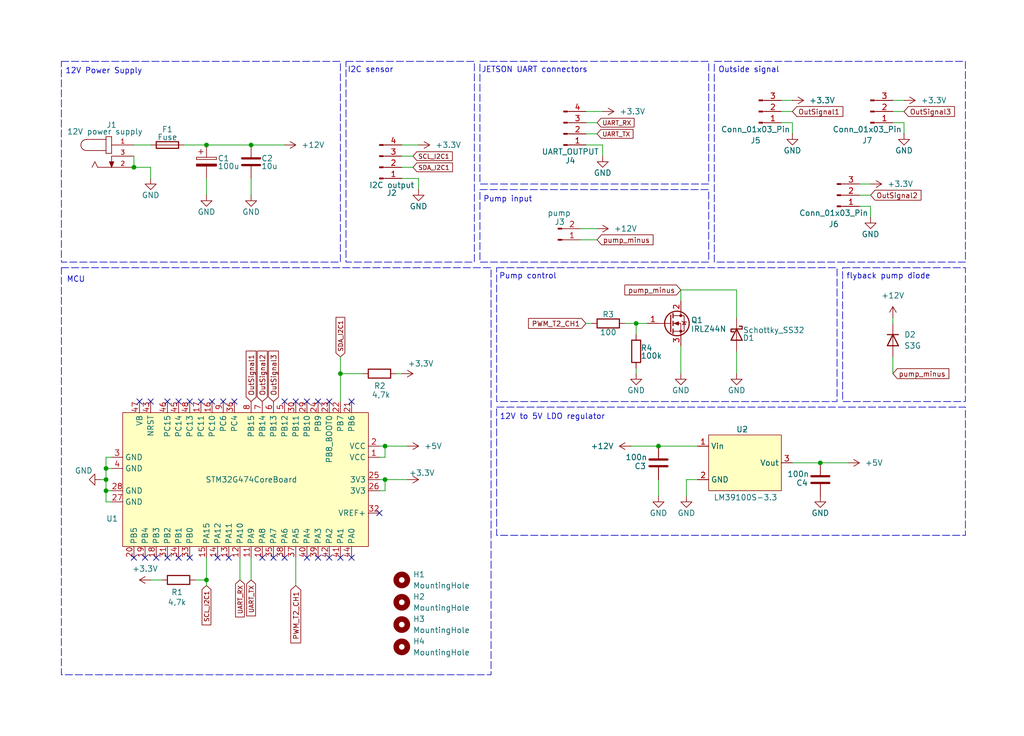
<source format=kicad_sch>
(kicad_sch (version 20250114) (generator "eeschema") (generator_version "9.0")
  (paper "User" 233.045 167.64)
  (lib_symbols
    (symbol "Connector:Conn_01x02_Pin" (pin_names (offset 1.016) (hide yes))
      (property "Reference" "J" (at 0 2.54 0))
      (property "Value" "Conn_01x02_Pin" (at 0 -5.08 0))
      (symbol "Conn_01x02_Pin_1_1"
        (rectangle (start 0.8636 0.127) (end 0 -0.127) (stroke (width 0.1524)) (fill (type outline)))
        (rectangle (start 0.8636 -2.413) (end 0 -2.667) (stroke (width 0.1524)) (fill (type outline)))
        (polyline (pts (xy 1.27 0) (xy 0.8636 0)) (stroke (width 0.1524)))
        (polyline (pts (xy 1.27 -2.54) (xy 0.8636 -2.54)) (stroke (width 0.1524)))
        (pin passive line (at 5.08 0 180) (length 3.81) (name "Pin_1") (number "1"))
        (pin passive line (at 5.08 -2.54 180) (length 3.81) (name "Pin_2") (number "2"))
      )
    )
    (symbol "Connector:Conn_01x03_Pin" (pin_names (offset 1.016) (hide yes))
      (property "Reference" "J" (at 0 5.08 0))
      (property "Value" "Conn_01x03_Pin" (at 0 -5.08 0))
      (symbol "Conn_01x03_Pin_1_1"
        (rectangle (start 0.8636 2.667) (end 0 2.413) (stroke (width 0.1524)) (fill (type outline)))
        (rectangle (start 0.8636 0.127) (end 0 -0.127) (stroke (width 0.1524)) (fill (type outline)))
        (rectangle (start 0.8636 -2.413) (end 0 -2.667) (stroke (width 0.1524)) (fill (type outline)))
        (polyline (pts (xy 1.27 2.54) (xy 0.8636 2.54)) (stroke (width 0.1524)))
        (polyline (pts (xy 1.27 0) (xy 0.8636 0)) (stroke (width 0.1524)))
        (polyline (pts (xy 1.27 -2.54) (xy 0.8636 -2.54)) (stroke (width 0.1524)))
        (pin passive line (at 5.08 2.54 180) (length 3.81) (name "Pin_1") (number "1"))
        (pin passive line (at 5.08 0 180) (length 3.81) (name "Pin_2") (number "2"))
        (pin passive line (at 5.08 -2.54 180) (length 3.81) (name "Pin_3") (number "3"))
      )
    )
    (symbol "Connector:Conn_01x04_Pin" (pin_names (offset 1.016) (hide yes))
      (property "Reference" "J" (at 0 5.08 0))
      (property "Value" "Conn_01x04_Pin" (at 0 -7.62 0))
      (symbol "Conn_01x04_Pin_1_1"
        (rectangle (start 0.8636 2.667) (end 0 2.413) (stroke (width 0.1524)) (fill (type outline)))
        (rectangle (start 0.8636 0.127) (end 0 -0.127) (stroke (width 0.1524)) (fill (type outline)))
        (rectangle (start 0.8636 -2.413) (end 0 -2.667) (stroke (width 0.1524)) (fill (type outline)))
        (rectangle (start 0.8636 -4.953) (end 0 -5.207) (stroke (width 0.1524)) (fill (type outline)))
        (polyline (pts (xy 1.27 2.54) (xy 0.8636 2.54)) (stroke (width 0.1524)))
        (polyline (pts (xy 1.27 0) (xy 0.8636 0)) (stroke (width 0.1524)))
        (polyline (pts (xy 1.27 -2.54) (xy 0.8636 -2.54)) (stroke (width 0.1524)))
        (polyline (pts (xy 1.27 -5.08) (xy 0.8636 -5.08)) (stroke (width 0.1524)))
        (pin passive line (at 5.08 2.54 180) (length 3.81) (name "Pin_1") (number "1"))
        (pin passive line (at 5.08 0 180) (length 3.81) (name "Pin_2") (number "2"))
        (pin passive line (at 5.08 -2.54 180) (length 3.81) (name "Pin_3") (number "3"))
        (pin passive line (at 5.08 -5.08 180) (length 3.81) (name "Pin_4") (number "4"))
      )
    )
    (symbol "DCJ200-10-A-XX-K_REVA:DCJ200-10-A-XX-K_REVA" (pin_names (offset 1.016))
      (property "Reference" "J" (at -7.6272 5.0848 0))
      (property "Value" "DCJ200-10-A-XX-K_REVA" (at -7.6313 -5.0875 0))
      (symbol "DCJ200-10-A-XX-K_REVA_0_0"
        (polyline (pts (xy -5.715 3.81) (xy -1.27 3.81)) (stroke (width 0.1524)))
        (arc (start -5.715 1.27) (mid -6.9794 2.54) (end -5.715 3.81) (stroke (width 0.1524)))
        (polyline (pts (xy -3.81 -1.27) (xy -4.445 -2.54)) (stroke (width 0.1524)))
        (polyline (pts (xy -3.175 -2.54) (xy -3.81 -1.27)) (stroke (width 0.1524)))
        (polyline (pts (xy -1.27 4.445) (xy -1.27 3.81)) (stroke (width 0.1524)))
        (polyline (pts (xy -1.27 3.81) (xy -1.27 1.27)) (stroke (width 0.1524)))
        (polyline (pts (xy -1.27 1.27) (xy -5.715 1.27)) (stroke (width 0.1524)))
        (polyline (pts (xy -1.27 1.27) (xy -1.27 0.635)) (stroke (width 0.1524)))
        (polyline (pts (xy -1.27 0.635) (xy 0 0.635)) (stroke (width 0.1524)))
        (polyline (pts (xy 0 4.445) (xy -1.27 4.445)) (stroke (width 0.1524)))
        (polyline (pts (xy 0 0.635) (xy 0 4.445)) (stroke (width 0.1524)))
        (polyline (pts (xy 0 0) (xy 0 -2.54)) (stroke (width 0.1524)))
        (polyline (pts (xy 0 -2.54) (xy -3.175 -2.54)) (stroke (width 0.1524)))
        (polyline (pts (xy 0 -2.54) (xy -0.508 -1.27) (xy 0.508 -1.27) (xy 0 -2.54)) (stroke (width 0.1524)) (fill (type outline)))
        (pin passive line (at 5.08 2.54 180) (length 5.08) (name "~") (number "1"))
        (pin passive line (at 5.08 0 180) (length 5.08) (name "~") (number "3"))
        (pin passive line (at 5.08 -2.54 180) (length 5.08) (name "~") (number "2"))
      )
    )
    (symbol "Device:C" (pin_numbers (hide yes)) (pin_names (offset 0.254))
      (property "Reference" "C" (at 0.635 2.54 0))
      (property "Value" "C" (at 0.635 -2.54 0))
      (symbol "C_0_1"
        (polyline (pts (xy -2.032 0.762) (xy 2.032 0.762)) (stroke (width 0.508)))
        (polyline (pts (xy -2.032 -0.762) (xy 2.032 -0.762)) (stroke (width 0.508)))
      )
      (symbol "C_1_1"
        (pin passive line (at 0 3.81 270) (length 2.794) (name "~") (number "1"))
        (pin passive line (at 0 -3.81 90) (length 2.794) (name "~") (number "2"))
      )
    )
    (symbol "Device:C_Polarized" (pin_numbers (hide yes)) (pin_names (offset 0.254))
      (property "Reference" "C" (at 0.635 2.54 0))
      (property "Value" "C_Polarized" (at 0.635 -2.54 0))
      (symbol "C_Polarized_0_1"
        (rectangle (start -2.286 0.508) (end 2.286 1.016))
        (polyline (pts (xy -1.778 2.286) (xy -0.762 2.286)))
        (polyline (pts (xy -1.27 2.794) (xy -1.27 1.778)))
        (rectangle (start 2.286 -0.508) (end -2.286 -1.016) (fill (type outline)))
      )
      (symbol "C_Polarized_1_1"
        (pin passive line (at 0 3.81 270) (length 2.794) (name "~") (number "1"))
        (pin passive line (at 0 -3.81 90) (length 2.794) (name "~") (number "2"))
      )
    )
    (symbol "Device:D_Schottky" (pin_numbers (hide yes)) (pin_names (offset 1.016) (hide yes))
      (property "Reference" "D" (at 0 2.54 0))
      (property "Value" "D_Schottky" (at 0 -2.54 0))
      (symbol "D_Schottky_0_1"
        (polyline (pts (xy -1.905 0.635) (xy -1.905 1.27) (xy -1.27 1.27) (xy -1.27 -1.27) (xy -0.635 -1.27) (xy -0.635 -0.635)) (stroke (width 0.254)))
        (polyline (pts (xy 1.27 1.27) (xy 1.27 -1.27) (xy -1.27 0) (xy 1.27 1.27)) (stroke (width 0.254)))
        (polyline (pts (xy 1.27 0) (xy -1.27 0)))
      )
      (symbol "D_Schottky_1_1"
        (pin passive line (at -3.81 0 0) (length 2.54) (name "K") (number "1"))
        (pin passive line (at 3.81 0 180) (length 2.54) (name "A") (number "2"))
      )
    )
    (symbol "Device:Fuse" (pin_numbers (hide yes)) (pin_names (offset 0))
      (property "Reference" "F" (at 2.032 0 90))
      (property "Value" "Fuse" (at -1.905 0 90))
      (symbol "Fuse_0_1"
        (rectangle (start -0.762 -2.54) (end 0.762 2.54) (stroke (width 0.254)))
        (polyline (pts (xy 0 2.54) (xy 0 -2.54)))
      )
      (symbol "Fuse_1_1"
        (pin passive line (at 0 3.81 270) (length 1.27) (name "~") (number "1"))
        (pin passive line (at 0 -3.81 90) (length 1.27) (name "~") (number "2"))
      )
    )
    (symbol "Device:R" (pin_numbers (hide yes)) (pin_names (offset 0))
      (property "Reference" "R" (at 2.032 0 90))
      (property "Value" "R" (at 0 0 90))
      (symbol "R_0_1"
        (rectangle (start -1.016 -2.54) (end 1.016 2.54) (stroke (width 0.254)))
      )
      (symbol "R_1_1"
        (pin passive line (at 0 3.81 270) (length 1.27) (name "~") (number "1"))
        (pin passive line (at 0 -3.81 90) (length 1.27) (name "~") (number "2"))
      )
    )
    (symbol "Diode:1N5404" (pin_numbers (hide yes)) (pin_names (hide yes))
      (property "Reference" "D" (at 0 2.54 0))
      (property "Value" "1N5404" (at 0 -2.54 0))
      (symbol "1N5404_0_1"
        (polyline (pts (xy -1.27 1.27) (xy -1.27 -1.27)) (stroke (width 0.254)))
        (polyline (pts (xy 1.27 1.27) (xy 1.27 -1.27) (xy -1.27 0) (xy 1.27 1.27)) (stroke (width 0.254)))
        (polyline (pts (xy 1.27 0) (xy -1.27 0)))
      )
      (symbol "1N5404_1_1"
        (pin passive line (at -3.81 0 0) (length 2.54) (name "K") (number "1"))
        (pin passive line (at 3.81 0 180) (length 2.54) (name "A") (number "2"))
      )
    )
    (symbol "Mechanical:MountingHole" (pin_names (offset 1.016)) (in_bom no)
      (property "Reference" "H" (at 0 5.08 0))
      (property "Value" "MountingHole" (at 0 3.175 0))
      (symbol "MountingHole_0_1"
        (circle (center 0 0) (radius 1.27) (stroke (width 1.27)))
      )
    )
    (symbol "STM32G474CoreBoard:STM32G474CoreBoard"
      (property "Reference" "U" (at -14.732 27.94 0))
      (property "Value" "STM32G474CoreBoard" (at 19.812 28.194 0))
      (symbol "STM32G474CoreBoard_1_1"
        (rectangle (start -15.24 26.67) (end 15.24 -29.21) (fill (type background)))
        (pin bidirectional line (at -17.78 22.86 0) (length 2.54) (name "PB6") (number "21"))
        (pin bidirectional line (at -17.78 20.32 0) (length 2.54) (name "PB7") (number "22"))
        (pin bidirectional line (at -17.78 17.78 0) (length 2.54) (name "PB8_BOOT0") (number "23"))
        (pin bidirectional line (at -17.78 15.24 0) (length 2.54) (name "PB9") (number "24"))
        (pin bidirectional line (at -17.78 12.7 0) (length 2.54) (name "PB10") (number "29"))
        (pin bidirectional line (at -17.78 10.16 0) (length 2.54) (name "PB11") (number "30"))
        (pin bidirectional line (at -17.78 7.62 0) (length 2.54) (name "PB12") (number "5"))
        (pin bidirectional line (at -17.78 5.08 0) (length 2.54) (name "PB13") (number "6"))
        (pin bidirectional line (at -17.78 2.54 0) (length 2.54) (name "PB14") (number "7"))
        (pin bidirectional line (at -17.78 0 0) (length 2.54) (name "PB15") (number "8"))
        (pin bidirectional line (at -17.78 -3.81 0) (length 2.54) (name "PC4") (number "36"))
        (pin bidirectional line (at -17.78 -6.35 0) (length 2.54) (name "PC6") (number "9"))
        (pin bidirectional line (at -17.78 -8.89 0) (length 2.54) (name "PC10") (number "16"))
        (pin bidirectional line (at -17.78 -11.43 0) (length 2.54) (name "PC11") (number "17"))
        (pin bidirectional line (at -17.78 -13.97 0) (length 2.54) (name "PC13") (number "48"))
        (pin bidirectional line (at -17.78 -16.51 0) (length 2.54) (name "PC14") (number "45"))
        (pin bidirectional line (at -17.78 -19.05 0) (length 2.54) (name "PC15") (number "46"))
        (pin bidirectional line (at -17.78 -22.86 0) (length 2.54) (name "NRST") (number "43"))
        (pin bidirectional line (at -17.78 -25.4 0) (length 2.54) (name "VB") (number "47"))
        (pin power_in line (at -7.62 29.21 270) (length 2.54) (name "VCC") (number "2"))
        (pin power_in line (at -5.08 29.21 270) (length 2.54) (name "VCC") (number "1"))
        (pin passive line (at -5.08 -31.75 90) (length 2.54) (name "GND") (number "3"))
        (pin passive line (at -2.54 -31.75 90) (length 2.54) (name "GND") (number "4"))
        (pin power_in line (at 0 29.21 270) (length 2.54) (name "3V3") (number "25"))
        (pin power_in line (at 2.54 29.21 270) (length 2.54) (name "3V3") (number "26"))
        (pin passive line (at 2.54 -31.75 90) (length 2.54) (name "GND") (number "28"))
        (pin passive line (at 5.08 -31.75 90) (length 2.54) (name "GND") (number "27"))
        (pin bidirectional line (at 7.62 29.21 270) (length 2.54) (name "VREF+") (number "32"))
        (pin bidirectional line (at 17.78 22.86 180) (length 2.54) (name "PA0") (number "44"))
        (pin bidirectional line (at 17.78 20.32 180) (length 2.54) (name "PA1") (number "41"))
        (pin bidirectional line (at 17.78 17.78 180) (length 2.54) (name "PA2") (number "42"))
        (pin bidirectional line (at 17.78 15.24 180) (length 2.54) (name "PA3") (number "39"))
        (pin bidirectional line (at 17.78 12.7 180) (length 2.54) (name "PA4") (number "40"))
        (pin bidirectional line (at 17.78 10.16 180) (length 2.54) (name "PA5") (number "37"))
        (pin bidirectional line (at 17.78 7.62 180) (length 2.54) (name "PA6") (number "38"))
        (pin bidirectional line (at 17.78 5.08 180) (length 2.54) (name "PA7") (number "35"))
        (pin bidirectional line (at 17.78 2.54 180) (length 2.54) (name "PA8") (number "10"))
        (pin bidirectional line (at 17.78 0 180) (length 2.54) (name "PA9") (number "11"))
        (pin bidirectional line (at 17.78 -2.54 180) (length 2.54) (name "PA10") (number "12"))
        (pin bidirectional line (at 17.78 -5.08 180) (length 2.54) (name "PA11") (number "13"))
        (pin bidirectional line (at 17.78 -7.62 180) (length 2.54) (name "PA12") (number "14"))
        (pin bidirectional line (at 17.78 -10.16 180) (length 2.54) (name "PA15") (number "15"))
        (pin bidirectional line (at 17.78 -13.97 180) (length 2.54) (name "PB0") (number "33"))
        (pin bidirectional line (at 17.78 -16.51 180) (length 2.54) (name "PB1") (number "34"))
        (pin bidirectional line (at 17.78 -19.05 180) (length 2.54) (name "PB2") (number "31"))
        (pin bidirectional line (at 17.78 -21.59 180) (length 2.54) (name "PB3") (number "18"))
        (pin bidirectional line (at 17.78 -24.13 180) (length 2.54) (name "PB4") (number "19"))
        (pin bidirectional line (at 17.78 -26.67 180) (length 2.54) (name "PB5") (number "20"))
      )
    )
    (symbol "Transistor_FET:IRLZ44N" (pin_names (hide yes))
      (property "Reference" "Q" (at 5.08 1.905 0))
      (property "Value" "IRLZ44N" (at 5.08 0 0))
      (symbol "IRLZ44N_0_1"
        (polyline (pts (xy 0.254 1.905) (xy 0.254 -1.905)) (stroke (width 0.254)))
        (polyline (pts (xy 0.254 0) (xy -2.54 0)))
        (polyline (pts (xy 0.762 2.286) (xy 0.762 1.27)) (stroke (width 0.254)))
        (polyline (pts (xy 0.762 0.508) (xy 0.762 -0.508)) (stroke (width 0.254)))
        (polyline (pts (xy 0.762 -1.27) (xy 0.762 -2.286)) (stroke (width 0.254)))
        (polyline (pts (xy 0.762 -1.778) (xy 3.302 -1.778) (xy 3.302 1.778) (xy 0.762 1.778)))
        (polyline (pts (xy 1.016 0) (xy 2.032 0.381) (xy 2.032 -0.381) (xy 1.016 0)) (fill (type outline)))
        (circle (center 1.651 0) (radius 2.794) (stroke (width 0.254)))
        (polyline (pts (xy 2.54 2.54) (xy 2.54 1.778)))
        (circle (center 2.54 1.778) (radius 0.254) (fill (type outline)))
        (circle (center 2.54 -1.778) (radius 0.254) (fill (type outline)))
        (polyline (pts (xy 2.54 -2.54) (xy 2.54 0) (xy 0.762 0)))
        (polyline (pts (xy 2.794 0.508) (xy 2.921 0.381) (xy 3.683 0.381) (xy 3.81 0.254)))
        (polyline (pts (xy 3.302 0.381) (xy 2.921 -0.254) (xy 3.683 -0.254) (xy 3.302 0.381)))
      )
      (symbol "IRLZ44N_1_1"
        (pin input line (at -5.08 0 0) (length 2.54) (name "G") (number "1"))
        (pin passive line (at 2.54 5.08 270) (length 2.54) (name "D") (number "2"))
        (pin passive line (at 2.54 -5.08 90) (length 2.54) (name "S") (number "3"))
      )
    )
    (symbol "custom_library:LM39100S-3.3"
      (property "Reference" "U" (at 0 0 0))
      (symbol "LM39100S-3.3_1_1"
        (rectangle (start -3.81 -1.27) (end 12.7 -13.97) (fill (type background)))
        (text "LM39100S-3.3" (at 4.572 -15.494 0) (effects (font (size 1.27 1.27))))
        (pin power_in line (at -6.35 -3.81 0) (length 2.54) (name "Vin") (number "1"))
        (pin input line (at -6.35 -11.43 0) (length 2.54) (name "GND") (number "2"))
        (pin power_out line (at 15.24 -7.62 180) (length 2.54) (name "Vout") (number "3"))
      )
    )
    (symbol "power:+12V" (power) (pin_numbers (hide yes)) (pin_names (offset 0) (hide yes))
      (property "Value" "+12V" (at 0 3.556 0))
      (symbol "+12V_0_1"
        (polyline (pts (xy -0.762 1.27) (xy 0 2.54)))
        (polyline (pts (xy 0 2.54) (xy 0.762 1.27)))
        (polyline (pts (xy 0 0) (xy 0 2.54)))
      )
      (symbol "+12V_1_1"
        (pin power_in line (at 0 0 90) (length 0) (name "~") (number "1"))
      )
    )
    (symbol "power:+3.3V" (power) (pin_numbers (hide yes)) (pin_names (offset 0) (hide yes))
      (property "Value" "+3.3V" (at 0 3.556 0))
      (symbol "+3.3V_0_1"
        (polyline (pts (xy -0.762 1.27) (xy 0 2.54)))
        (polyline (pts (xy 0 2.54) (xy 0.762 1.27)))
        (polyline (pts (xy 0 0) (xy 0 2.54)))
      )
      (symbol "+3.3V_1_1"
        (pin power_in line (at 0 0 90) (length 0) (name "~") (number "1"))
      )
    )
    (symbol "power:+5V" (power) (pin_numbers (hide yes)) (pin_names (offset 0) (hide yes))
      (property "Value" "+5V" (at 0 3.556 0))
      (symbol "+5V_0_1"
        (polyline (pts (xy -0.762 1.27) (xy 0 2.54)))
        (polyline (pts (xy 0 2.54) (xy 0.762 1.27)))
        (polyline (pts (xy 0 0) (xy 0 2.54)))
      )
      (symbol "+5V_1_1"
        (pin power_in line (at 0 0 90) (length 0) (name "~") (number "1"))
      )
    )
    (symbol "power:GND" (power) (pin_numbers (hide yes)) (pin_names (offset 0) (hide yes))
      (property "Value" "GND" (at 0 -3.81 0))
      (symbol "GND_0_1"
        (polyline (pts (xy 0 0) (xy 0 -1.27) (xy 1.27 -1.27) (xy 0 -2.54) (xy -1.27 -1.27) (xy 0 -1.27)))
      )
      (symbol "GND_1_1"
        (pin power_in line (at 0 0 270) (length 0) (name "~") (number "1"))
      )
    )
  )
  (rectangle (start 113.03 92.71) (end 219.71 121.92) (stroke (width 0) (type dash)))
  (rectangle (start 109.22 43.18) (end 161.29 59.69) (stroke (width 0) (type dash)))
  (rectangle (start 113.03 60.96) (end 190.5 91.44) (stroke (width 0) (type dash)))
  (rectangle (start 13.97 13.97) (end 77.47 59.69) (stroke (width 0) (type dash)))
  (rectangle (start 13.97 60.96) (end 111.76 153.67) (stroke (width 0) (type dash)))
  (rectangle (start 78.74 13.97) (end 107.95 59.69) (stroke (width 0) (type dash)))
  (rectangle (start 162.56 13.97) (end 219.71 59.69) (stroke (width 0) (type dash)))
  (rectangle (start 109.22 13.97) (end 161.29 41.91) (stroke (width 0) (type dash)))
  (rectangle (start 191.77 60.96) (end 219.71 91.44) (stroke (width 0) (type dash)))
  (text "12V to 5V LDO regulator" (at 125.73 94.996 0) (effects (font (size 1.27 1.27))))
  (text "JETSON UART connectors" (at 121.666 16.002 0) (effects (font (size 1.27 1.27))))
  (text "12V Power Supply" (at 23.622 16.256 0) (effects (font (size 1.27 1.27))))
  (text "Pump control" (at 120.142 62.992 0) (effects (font (size 1.27 1.27))))
  (text "MCU" (at 17.272 63.754 0) (effects (font (size 1.27 1.27))))
  (text "flyback pump diode" (at 202.184 62.992 0) (effects (font (size 1.27 1.27))))
  (text "Pump input" (at 115.57 45.466 0) (effects (font (size 1.27 1.27))))
  (text "I2C sensor" (at 84.328 16.002 0) (effects (font (size 1.27 1.27))))
  (text "Outside signal" (at 170.434 16.002 0) (effects (font (size 1.27 1.27))))
  (junction (at 149.86 101.6))
  (junction (at 57.15 33.02))
  (junction (at 87.63 101.6))
  (junction (at 77.47 85.09))
  (junction (at 46.99 33.02))
  (junction (at 24.13 106.68))
  (junction (at 24.13 109.22))
  (junction (at 87.63 109.22))
  (junction (at 24.13 111.76))
  (junction (at 186.69 105.41))
  (junction (at 144.78 73.66))
  (junction (at 30.48 38.1))
  (junction (at 46.99 132.08))
  (no_connect (at 52.07 127))
  (no_connect (at 53.34 91.44))
  (no_connect (at 31.75 91.44))
  (no_connect (at 40.64 127))
  (no_connect (at 43.18 127))
  (no_connect (at 43.18 91.44))
  (no_connect (at 34.29 91.44))
  (no_connect (at 64.77 127))
  (no_connect (at 49.53 127))
  (no_connect (at 48.26 91.44))
  (no_connect (at 30.48 127))
  (no_connect (at 67.31 91.44))
  (no_connect (at 77.47 127))
  (no_connect (at 80.01 91.44))
  (no_connect (at 86.36 116.84))
  (no_connect (at 35.56 127))
  (no_connect (at 45.72 91.44))
  (no_connect (at 74.93 127))
  (no_connect (at 38.1 127))
  (no_connect (at 40.64 91.44))
  (no_connect (at 50.8 91.44))
  (no_connect (at 33.02 127))
  (no_connect (at 69.85 91.44))
  (no_connect (at 62.23 127))
  (no_connect (at 80.01 127))
  (no_connect (at 72.39 127))
  (no_connect (at 64.77 91.44))
  (no_connect (at 74.93 91.44))
  (no_connect (at 69.85 127))
  (no_connect (at 72.39 91.44))
  (no_connect (at 59.69 127))
  (no_connect (at 38.1 91.44))
  (wire (pts (xy 46.99 127) (xy 46.99 132.08)))
  (wire (pts (xy 133.35 25.4) (xy 137.16 25.4)))
  (wire (pts (xy 93.98 35.56) (xy 91.44 35.56)))
  (wire (pts (xy 91.44 85.09) (xy 90.17 85.09)))
  (wire (pts (xy 205.74 25.4) (xy 203.2 25.4)))
  (wire (pts (xy 144.78 73.66) (xy 144.78 76.2)))
  (wire (pts (xy 203.2 85.09) (xy 203.2 81.28)))
  (wire (pts (xy 95.25 33.02) (xy 91.44 33.02)))
  (wire (pts (xy 54.61 127) (xy 54.61 132.08)))
  (wire (pts (xy 41.91 33.02) (xy 46.99 33.02)))
  (wire (pts (xy 95.25 40.64) (xy 95.25 43.18)))
  (wire (pts (xy 137.16 33.02) (xy 137.16 35.56)))
  (wire (pts (xy 44.45 132.08) (xy 46.99 132.08)))
  (wire (pts (xy 24.13 111.76) (xy 24.13 114.3)))
  (wire (pts (xy 186.69 105.41) (xy 193.04 105.41)))
  (wire (pts (xy 34.29 132.08) (xy 36.83 132.08)))
  (wire (pts (xy 25.4 106.68) (xy 24.13 106.68)))
  (wire (pts (xy 57.15 33.02) (xy 64.77 33.02)))
  (wire (pts (xy 167.64 66.04) (xy 167.64 72.39)))
  (wire (pts (xy 24.13 109.22) (xy 22.86 109.22)))
  (wire (pts (xy 91.44 38.1) (xy 93.98 38.1)))
  (wire (pts (xy 133.35 33.02) (xy 137.16 33.02)))
  (wire (pts (xy 133.35 30.48) (xy 135.89 30.48)))
  (wire (pts (xy 133.35 73.66) (xy 134.62 73.66)))
  (wire (pts (xy 34.29 38.1) (xy 34.29 40.64)))
  (wire (pts (xy 177.8 27.94) (xy 180.34 27.94)))
  (wire (pts (xy 30.48 38.1) (xy 34.29 38.1)))
  (wire (pts (xy 24.13 106.68) (xy 24.13 109.22)))
  (wire (pts (xy 147.32 73.66) (xy 144.78 73.66)))
  (wire (pts (xy 180.34 105.41) (xy 186.69 105.41)))
  (wire (pts (xy 24.13 104.14) (xy 24.13 106.68)))
  (wire (pts (xy 87.63 109.22) (xy 87.63 111.76)))
  (wire (pts (xy 132.08 52.07) (xy 135.89 52.07)))
  (wire (pts (xy 86.36 109.22) (xy 87.63 109.22)))
  (wire (pts (xy 205.74 27.94) (xy 205.74 30.48)))
  (wire (pts (xy 180.34 27.94) (xy 180.34 30.48)))
  (wire (pts (xy 46.99 132.08) (xy 46.99 133.35)))
  (wire (pts (xy 25.4 111.76) (xy 24.13 111.76)))
  (wire (pts (xy 25.4 104.14) (xy 24.13 104.14)))
  (wire (pts (xy 67.31 127) (xy 67.31 133.35)))
  (wire (pts (xy 156.21 113.03) (xy 156.21 109.22)))
  (wire (pts (xy 57.15 127) (xy 57.15 132.08)))
  (wire (pts (xy 195.58 46.99) (xy 198.12 46.99)))
  (wire (pts (xy 82.55 85.09) (xy 77.47 85.09)))
  (wire (pts (xy 205.74 22.86) (xy 203.2 22.86)))
  (wire (pts (xy 203.2 72.39) (xy 203.2 73.66)))
  (wire (pts (xy 144.78 83.82) (xy 144.78 85.09)))
  (wire (pts (xy 86.36 111.76) (xy 87.63 111.76)))
  (wire (pts (xy 180.34 25.4) (xy 177.8 25.4)))
  (wire (pts (xy 86.36 101.6) (xy 87.63 101.6)))
  (wire (pts (xy 203.2 27.94) (xy 205.74 27.94)))
  (wire (pts (xy 77.47 81.28) (xy 77.47 85.09)))
  (wire (pts (xy 24.13 114.3) (xy 25.4 114.3)))
  (wire (pts (xy 156.21 109.22) (xy 158.75 109.22)))
  (wire (pts (xy 30.48 33.02) (xy 34.29 33.02)))
  (wire (pts (xy 142.24 73.66) (xy 144.78 73.66)))
  (wire (pts (xy 143.51 101.6) (xy 149.86 101.6)))
  (wire (pts (xy 135.89 54.61) (xy 132.08 54.61)))
  (wire (pts (xy 180.34 22.86) (xy 177.8 22.86)))
  (wire (pts (xy 149.86 101.6) (xy 158.75 101.6)))
  (wire (pts (xy 87.63 109.22) (xy 92.71 109.22)))
  (wire (pts (xy 87.63 104.14) (xy 87.63 101.6)))
  (wire (pts (xy 154.94 66.04) (xy 154.94 68.58)))
  (wire (pts (xy 57.15 40.64) (xy 57.15 44.45)))
  (wire (pts (xy 91.44 40.64) (xy 95.25 40.64)))
  (wire (pts (xy 87.63 101.6) (xy 92.71 101.6)))
  (wire (pts (xy 198.12 44.45) (xy 195.58 44.45)))
  (wire (pts (xy 24.13 109.22) (xy 24.13 111.76)))
  (wire (pts (xy 86.36 104.14) (xy 87.63 104.14)))
  (wire (pts (xy 133.35 27.94) (xy 135.89 27.94)))
  (wire (pts (xy 30.48 35.56) (xy 30.48 38.1)))
  (wire (pts (xy 46.99 40.64) (xy 46.99 44.45)))
  (wire (pts (xy 154.94 78.74) (xy 154.94 85.09)))
  (wire (pts (xy 46.99 33.02) (xy 57.15 33.02)))
  (wire (pts (xy 198.12 41.91) (xy 195.58 41.91)))
  (wire (pts (xy 77.47 85.09) (xy 77.47 91.44)))
  (wire (pts (xy 167.64 80.01) (xy 167.64 85.09)))
  (wire (pts (xy 154.94 66.04) (xy 167.64 66.04)))
  (wire (pts (xy 149.86 109.22) (xy 149.86 113.03)))
  (wire (pts (xy 198.12 46.99) (xy 198.12 49.53)))
  (global_label "SCL_I2C1" (shape input) (at 93.98 35.56 0) (effects (font (size 1.016 1.016))) (property "Intersheetrefs" "${INTERSHEET_REFS}" (effects (hide yes))))
  (global_label "pump_minus" (shape input) (at 154.94 66.04 180) (effects (font (size 1.143 1.143))) (property "Intersheetrefs" "${INTERSHEET_REFS}" (effects (hide yes))))
  (global_label "UART_RX" (shape input) (at 135.89 27.94 0) (effects (font (size 1.016 1.016))) (property "Intersheetrefs" "${INTERSHEET_REFS}" (effects (hide yes))))
  (global_label "OutSignal3" (shape input) (at 205.74 25.4 0) (effects (font (size 1.143 1.143))) (property "Intersheetrefs" "${INTERSHEET_REFS}" (effects (hide yes))))
  (global_label "OutSignal2" (shape input) (at 59.69 91.44 90) (effects (font (size 1.143 1.143))) (property "Intersheetrefs" "${INTERSHEET_REFS}" (effects (hide yes))))
  (global_label "OutSignal2" (shape input) (at 198.12 44.45 0) (effects (font (size 1.143 1.143))) (property "Intersheetrefs" "${INTERSHEET_REFS}" (effects (hide yes))))
  (global_label "pump_minus" (shape input) (at 135.89 54.61 0) (effects (font (size 1.143 1.143))) (property "Intersheetrefs" "${INTERSHEET_REFS}" (effects (hide yes))))
  (global_label "pump_minus" (shape input) (at 203.2 85.09 0) (effects (font (size 1.143 1.143))) (property "Intersheetrefs" "${INTERSHEET_REFS}" (effects (hide yes))))
  (global_label "SDA_I2C1" (shape input) (at 77.47 81.28 90) (effects (font (size 1.016 1.016))) (property "Intersheetrefs" "${INTERSHEET_REFS}" (effects (hide yes))))
  (global_label "OutSignal1" (shape input) (at 180.34 25.4 0) (effects (font (size 1.143 1.143))) (property "Intersheetrefs" "${INTERSHEET_REFS}" (effects (hide yes))))
  (global_label "UART_TX" (shape input) (at 135.89 30.48 0) (effects (font (size 1.016 1.016))) (property "Intersheetrefs" "${INTERSHEET_REFS}" (effects (hide yes))))
  (global_label "UART_RX" (shape input) (at 54.61 132.08 270) (effects (font (size 1.016 1.016))) (property "Intersheetrefs" "${INTERSHEET_REFS}" (effects (hide yes))))
  (global_label "UART_TX" (shape input) (at 57.15 132.08 270) (effects (font (size 1.016 1.016))) (property "Intersheetrefs" "${INTERSHEET_REFS}" (effects (hide yes))))
  (global_label "OutSignal1" (shape input) (at 57.15 91.44 90) (effects (font (size 1.143 1.143))) (property "Intersheetrefs" "${INTERSHEET_REFS}" (effects (hide yes))))
  (global_label "SDA_I2C1" (shape input) (at 93.98 38.1 0) (effects (font (size 1.016 1.016))) (property "Intersheetrefs" "${INTERSHEET_REFS}" (effects (hide yes))))
  (global_label "SCL_I2C1" (shape input) (at 46.99 133.35 270) (effects (font (size 1.016 1.016))) (property "Intersheetrefs" "${INTERSHEET_REFS}" (effects (hide yes))))
  (global_label "PWM_T2_CH1" (shape input) (at 67.31 133.35 270) (effects (font (size 1.143 1.143))) (property "Intersheetrefs" "${INTERSHEET_REFS}" (effects (hide yes))))
  (global_label "OutSignal3" (shape input) (at 62.23 91.44 90) (effects (font (size 1.143 1.143))) (property "Intersheetrefs" "${INTERSHEET_REFS}" (effects (hide yes))))
  (global_label "PWM_T2_CH1" (shape input) (at 133.35 73.66 180) (effects (font (size 1.143 1.143))) (property "Intersheetrefs" "${INTERSHEET_REFS}" (effects (hide yes))))
  (symbol (lib_id "power:+3.3V") (at 95.25 33.02 270) (unit 1)
    (property "Reference" "#PWR08" (effects (hide yes)))
    (property "Value" "+3.3V" (at 99.06 33.0199 90) (effects (justify left)))
    (property "Description" "Power symbol creates a global label with name \"+3.3V\"" (effects (hide yes)))
  )
  (symbol (lib_id "power:+12V") (at 135.89 52.07 270) (unit 1)
    (property "Reference" "#PWR011" (effects (hide yes)))
    (property "Value" "+12V" (at 139.7 52.0701 90) (effects (justify left)))
    (property "Description" "Power symbol creates a global label with name \"+12V\"" (effects (hide yes)))
  )
  (symbol (lib_id "power:+3.3V") (at 198.12 41.91 270) (unit 1)
    (property "Reference" "#PWR024" (effects (hide yes)))
    (property "Value" "+3.3V" (at 201.93 41.9099 90) (effects (justify left)))
    (property "Description" "Power symbol creates a global label with name \"+3.3V\"" (effects (hide yes)))
  )
  (symbol (lib_id "power:GND") (at 22.86 109.22 270) (unit 1)
    (property "Reference" "#PWR01" (effects (hide yes)))
    (property "Value" "GND" (at 19.05 107.188 90))
    (property "Description" "Power symbol creates a global label with name \"GND\" , ground" (effects (hide yes)))
  )
  (symbol (lib_id "power:GND") (at 95.25 43.18 0) (unit 1)
    (property "Reference" "#PWR09" (effects (hide yes)))
    (property "Value" "GND" (at 95.25 46.99 0))
    (property "Description" "Power symbol creates a global label with name \"GND\" , ground" (effects (hide yes)))
  )
  (symbol (lib_id "Device:R") (at 144.78 80.01 0) (unit 1)
    (property "Reference" "R4" (at 145.796 79.248 0) (effects (justify left)))
    (property "Value" "100k" (at 145.796 81.026 0) (effects (justify left)))
    (property "Footprint" "Resistor_SMD:R_0603_1608Metric" (effects (hide yes)))
    (property "Description" "Resistor" (effects (hide yes)))
  )
  (symbol (lib_id "power:GND") (at 34.29 40.64 0) (unit 1)
    (property "Reference" "#PWR02" (effects (hide yes)))
    (property "Value" "GND" (at 34.29 44.45 0))
    (property "Description" "Power symbol creates a global label with name \"GND\" , ground" (effects (hide yes)))
  )
  (symbol (lib_id "power:+3.3V") (at 91.44 85.09 270) (unit 1)
    (property "Reference" "#PWR07" (effects (hide yes)))
    (property "Value" "+3.3V" (at 95.758 82.804 90))
    (property "Description" "Power symbol creates a global label with name \"+3.3V\"" (effects (hide yes)))
  )
  (symbol (lib_id "power:+3.3V") (at 34.29 132.08 90) (unit 1)
    (property "Reference" "#PWR03" (effects (hide yes)))
    (property "Value" "+3.3V" (at 33.02 129.54 90))
    (property "Description" "Power symbol creates a global label with name \"+3.3V\"" (effects (hide yes)))
  )
  (symbol (lib_id "power:GND") (at 154.94 85.09 0) (unit 1)
    (property "Reference" "#PWR017" (effects (hide yes)))
    (property "Value" "GND" (at 154.94 88.9 0))
    (property "Description" "Power symbol creates a global label with name \"GND\" , ground" (effects (hide yes)))
  )
  (symbol (lib_id "power:GND") (at 144.78 85.09 0) (unit 1)
    (property "Reference" "#PWR015" (effects (hide yes)))
    (property "Value" "GND" (at 144.78 88.9 0))
    (property "Description" "Power symbol creates a global label with name \"GND\" , ground" (effects (hide yes)))
  )
  (symbol (lib_id "power:GND") (at 205.74 30.48 0) (unit 1)
    (property "Reference" "#PWR028" (effects (hide yes)))
    (property "Value" "GND" (at 205.74 34.29 0))
    (property "Description" "Power symbol creates a global label with name \"GND\" , ground" (effects (hide yes)))
  )
  (symbol (lib_id "power:+5V") (at 92.71 101.6 270) (unit 1)
    (property "Reference" "#PWR029" (effects (hide yes)))
    (property "Value" "+5V" (at 96.52 101.5999 90) (effects (justify left)))
    (property "Description" "Power symbol creates a global label with name \"+5V\"" (effects (hide yes)))
  )
  (symbol (lib_id "Connector:Conn_01x03_Pin") (at 198.12 25.4 0) (mirror x) (unit 1)
    (property "Reference" "J7" (at 197.358 32.004 0))
    (property "Value" "Conn_01x03_Pin" (at 197.358 29.464 0))
    (property "Footprint" "Connector_JST:JST_GH_SM03B-GHS-TB_1x03-1MP_P1.25mm_Horizontal" (effects (hide yes)))
    (property "Description" "Generic connector, single row, 01x03, script generated" (effects (hide yes)))
  )
  (symbol (lib_id "Mechanical:MountingHole") (at 91.44 147.32 0) (unit 1) (in_bom no)
    (property "Reference" "H4" (at 93.98 146.0499 0) (effects (justify left)))
    (property "Value" "MountingHole" (at 93.98 148.5899 0) (effects (justify left)))
    (property "Footprint" "MountingHole:MountingHole_3.2mm_M3" (effects (hide yes)))
    (property "Description" "Mounting Hole without connection" (effects (hide yes)))
  )
  (symbol (lib_id "Device:D_Schottky") (at 167.64 76.2 270) (unit 1)
    (property "Reference" "D1" (at 171.704 76.962 90) (effects (justify right)))
    (property "Value" "Schottky_SS32" (at 183.134 75.184 90) (effects (justify right)))
    (property "Footprint" "Diode_SMD:D_SMC" (effects (hide yes)))
    (property "Description" "Schottky diode" (effects (hide yes)))
  )
  (symbol (lib_id "power:+3.3V") (at 137.16 25.4 270) (unit 1)
    (property "Reference" "#PWR012" (effects (hide yes)))
    (property "Value" "+3.3V" (at 140.97 25.3999 90) (effects (justify left)))
    (property "Description" "Power symbol creates a global label with name \"+3.3V\"" (effects (hide yes)))
  )
  (symbol (lib_id "custom_library:LM39100S-3.3") (at 165.1 97.79 0) (unit 1)
    (property "Reference" "U2" (at 168.91 97.79 0))
    (property "Value" "~" (at 169.545 97.79 0))
    (property "Footprint" "Package_TO_SOT_SMD:SOT-223" (effects (hide yes)))
  )
  (symbol (lib_id "Device:R") (at 86.36 85.09 270) (unit 1)
    (property "Reference" "R2" (at 85.09 87.884 90) (effects (justify left)))
    (property "Value" "4,7k" (at 84.582 89.916 90) (effects (justify left)))
    (property "Footprint" "Resistor_SMD:R_0603_1608Metric" (effects (hide yes)))
    (property "Description" "Resistor" (effects (hide yes)))
  )
  (symbol (lib_id "Device:C") (at 149.86 105.41 180) (unit 1)
    (property "Reference" "C3" (at 147.066 106.172 0) (effects (justify left)))
    (property "Value" "100n" (at 147.32 104.14 0) (effects (justify left)))
    (property "Footprint" "Capacitor_SMD:C_0603_1608Metric" (effects (hide yes)))
    (property "Description" "Unpolarized capacitor" (effects (hide yes)))
  )
  (symbol (lib_id "power:+5V") (at 193.04 105.41 270) (unit 1)
    (property "Reference" "#PWR023" (effects (hide yes)))
    (property "Value" "+5V" (at 196.85 105.4099 90) (effects (justify left)))
    (property "Description" "Power symbol creates a global label with name \"+5V\"" (effects (hide yes)))
  )
  (symbol (lib_id "Mechanical:MountingHole") (at 91.44 132.08 0) (unit 1) (in_bom no)
    (property "Reference" "H1" (at 93.98 130.8099 0) (effects (justify left)))
    (property "Value" "MountingHole" (at 93.98 133.3499 0) (effects (justify left)))
    (property "Footprint" "MountingHole:MountingHole_3.2mm_M3" (effects (hide yes)))
    (property "Description" "Mounting Hole without connection" (effects (hide yes)))
  )
  (symbol (lib_id "power:GND") (at 198.12 49.53 0) (unit 1)
    (property "Reference" "#PWR025" (effects (hide yes)))
    (property "Value" "GND" (at 198.12 53.34 0))
    (property "Description" "Power symbol creates a global label with name \"GND\" , ground" (effects (hide yes)))
  )
  (symbol (lib_id "power:GND") (at 156.21 113.03 0) (unit 1)
    (property "Reference" "#PWR018" (effects (hide yes)))
    (property "Value" "GND" (at 156.21 116.84 0))
    (property "Description" "Power symbol creates a global label with name \"GND\" , ground" (effects (hide yes)))
  )
  (symbol (lib_id "Transistor_FET:IRLZ44N") (at 152.4 73.66 0) (unit 1)
    (property "Reference" "Q1" (at 157.226 72.8981 0) (effects (justify left)))
    (property "Value" "IRLZ44N" (at 157.226 74.93 0) (effects (justify left)))
    (property "Footprint" "litho_peripheral_board_footprints:NMOSGDS_D2PAK_INF" (effects (hide yes)))
    (property "Datasheet" "http://www.irf.com/product-info/datasheets/data/irlz44n.pdf" (effects (hide yes)))
    (property "Description" "47A Id, 55V Vds, 22mOhm Rds Single N-Channel HEXFET Power MOSFET, TO-220AB" (effects (hide yes)))
  )
  (symbol (lib_id "Connector:Conn_01x04_Pin") (at 86.36 38.1 0) (mirror x) (unit 1)
    (property "Reference" "J2" (at 89.154 43.942 0))
    (property "Value" "I2C output" (at 89.154 42.164 0))
    (property "Footprint" "Connector_JST:JST_GH_SM04B-GHS-TB_1x04-1MP_P1.25mm_Horizontal" (effects (hide yes)))
    (property "Description" "Generic connector, single row, 01x04, script generated" (effects (hide yes)))
  )
  (symbol (lib_id "power:GND") (at 180.34 30.48 0) (unit 1)
    (property "Reference" "#PWR021" (effects (hide yes)))
    (property "Value" "GND" (at 180.34 34.29 0))
    (property "Description" "Power symbol creates a global label with name \"GND\" , ground" (effects (hide yes)))
  )
  (symbol (lib_id "Device:Fuse") (at 38.1 33.02 90) (unit 1)
    (property "Reference" "F1" (at 38.1 29.464 90))
    (property "Value" "Fuse" (at 38.1 31.242 90))
    (property "Footprint" "Fuse:Fuse_1206_3216Metric" (effects (hide yes)))
    (property "Description" "Fuse" (effects (hide yes)))
  )
  (symbol (lib_id "power:GND") (at 57.15 44.45 0) (unit 1)
    (property "Reference" "#PWR05" (effects (hide yes)))
    (property "Value" "GND" (at 57.15 48.26 0))
    (property "Description" "Power symbol creates a global label with name \"GND\" , ground" (effects (hide yes)))
  )
  (symbol (lib_id "Device:C") (at 57.15 36.83 0) (unit 1)
    (property "Reference" "C2" (at 59.436 36.068 0) (effects (justify left)))
    (property "Value" "10u" (at 59.436 37.846 0) (effects (justify left)))
    (property "Footprint" "Capacitor_SMD:C_0805_2012Metric" (effects (hide yes)))
    (property "Description" "Unpolarized capacitor" (effects (hide yes)))
  )
  (symbol (lib_id "Device:R") (at 138.43 73.66 90) (unit 1)
    (property "Reference" "R3" (at 138.43 71.628 90))
    (property "Value" "100" (at 138.43 75.692 90))
    (property "Footprint" "Resistor_SMD:R_0603_1608Metric" (effects (hide yes)))
    (property "Description" "Resistor" (effects (hide yes)))
  )
  (symbol (lib_id "DCJ200-10-A-XX-K_REVA:DCJ200-10-A-XX-K_REVA") (at 25.4 35.56 0) (unit 1)
    (property "Reference" "J1" (at 25.4 28.448 0))
    (property "Value" "12V power supply" (at 23.876 29.972 0))
    (property "Footprint" "litho_peripheral_board_footprints:GCT_DCJ200-10-A-XX-K_REVA" (effects (hide yes)))
    (property "MF" "Global Connector Technology" (effects (hide yes)))
    (property "MAXIMUM_PACKAGE_HEIGHT" "11 mm" (effects (hide yes)))
    (property "Package" "None" (effects (hide yes)))
    (property "Price" "None" (effects (hide yes)))
    (property "Check_prices" "https://www.snapeda.com/parts/DCJ200-10-A-K1-K/Global+Connector+Technology/view-part/?ref=eda" (effects (hide yes)))
    (property "STANDARD" "Manufacturer Recommendations" (effects (hide yes)))
    (property "PARTREV" "A" (effects (hide yes)))
    (property "SnapEDA_Link" "https://www.snapeda.com/parts/DCJ200-10-A-K1-K/Global+Connector+Technology/view-part/?ref=snap" (effects (hide yes)))
    (property "MP" "DCJ200-10-A-K1-K" (effects (hide yes)))
    (property "Description_1" "Power Barrel Connector Jack 2.05mm ID (0.081), 5.50mm OD (0.217) Through Hole, Right Angle" (effects (hide yes)))
    (property "MANUFACTURER" "Global Connector Technology" (effects (hide yes)))
    (property "Availability" "In Stock" (effects (hide yes)))
    (property "SNAPEDA_PN" "DCJ200-10-A-K1-K" (effects (hide yes)))
  )
  (symbol (lib_id "power:+12V") (at 64.77 33.02 270) (unit 1)
    (property "Reference" "#PWR06" (effects (hide yes)))
    (property "Value" "+12V" (at 68.58 33.0199 90) (effects (justify left)))
    (property "Description" "Power symbol creates a global label with name \"+12V\"" (effects (hide yes)))
  )
  (symbol (lib_id "power:GND") (at 46.99 44.45 0) (unit 1)
    (property "Reference" "#PWR04" (effects (hide yes)))
    (property "Value" "GND" (at 46.99 48.26 0))
    (property "Description" "Power symbol creates a global label with name \"GND\" , ground" (effects (hide yes)))
  )
  (symbol (lib_id "power:+3.3V") (at 180.34 22.86 270) (unit 1)
    (property "Reference" "#PWR020" (effects (hide yes)))
    (property "Value" "+3.3V" (at 184.15 22.8599 90) (effects (justify left)))
    (property "Description" "Power symbol creates a global label with name \"+3.3V\"" (effects (hide yes)))
  )
  (symbol (lib_id "Device:C_Polarized") (at 46.99 36.83 0) (unit 1)
    (property "Reference" "C1" (at 49.53 36.068 0) (effects (justify left)))
    (property "Value" "100u" (at 49.53 37.846 0) (effects (justify left)))
    (property "Footprint" "litho_peripheral_board_footprints:CAPPM7343X310N" (effects (hide yes)))
    (property "Description" "Polarized capacitor" (effects (hide yes)))
  )
  (symbol (lib_id "power:+12V") (at 203.2 72.39 0) (unit 1)
    (property "Reference" "#PWR026" (effects (hide yes)))
    (property "Value" "+12V" (at 203.2 67.31 0))
    (property "Description" "Power symbol creates a global label with name \"+12V\"" (effects (hide yes)))
  )
  (symbol (lib_id "Mechanical:MountingHole") (at 91.44 137.16 0) (unit 1) (in_bom no)
    (property "Reference" "H2" (at 93.98 135.8899 0) (effects (justify left)))
    (property "Value" "MountingHole" (at 93.98 138.4299 0) (effects (justify left)))
    (property "Footprint" "MountingHole:MountingHole_3.2mm_M3" (effects (hide yes)))
    (property "Description" "Mounting Hole without connection" (effects (hide yes)))
  )
  (symbol (lib_id "power:+12V") (at 143.51 101.6 90) (unit 1)
    (property "Reference" "#PWR014" (effects (hide yes)))
    (property "Value" "+12V" (at 139.7 101.5999 90) (effects (justify left)))
    (property "Description" "Power symbol creates a global label with name \"+12V\"" (effects (hide yes)))
  )
  (symbol (lib_id "Mechanical:MountingHole") (at 91.44 142.24 0) (unit 1) (in_bom no)
    (property "Reference" "H3" (at 93.98 140.9699 0) (effects (justify left)))
    (property "Value" "MountingHole" (at 93.98 143.5099 0) (effects (justify left)))
    (property "Footprint" "MountingHole:MountingHole_3.2mm_M3" (effects (hide yes)))
    (property "Description" "Mounting Hole without connection" (effects (hide yes)))
  )
  (symbol (lib_id "power:+3.3V") (at 205.74 22.86 270) (unit 1)
    (property "Reference" "#PWR027" (effects (hide yes)))
    (property "Value" "+3.3V" (at 209.55 22.8599 90) (effects (justify left)))
    (property "Description" "Power symbol creates a global label with name \"+3.3V\"" (effects (hide yes)))
  )
  (symbol (lib_id "power:GND") (at 186.69 113.03 0) (unit 1)
    (property "Reference" "#PWR022" (effects (hide yes)))
    (property "Value" "GND" (at 186.69 116.84 0))
    (property "Description" "Power symbol creates a global label with name \"GND\" , ground" (effects (hide yes)))
  )
  (symbol (lib_id "Connector:Conn_01x03_Pin") (at 190.5 44.45 0) (mirror x) (unit 1)
    (property "Reference" "J6" (at 189.738 51.054 0))
    (property "Value" "Conn_01x03_Pin" (at 189.738 48.514 0))
    (property "Footprint" "Connector_JST:JST_GH_SM03B-GHS-TB_1x03-1MP_P1.25mm_Horizontal" (effects (hide yes)))
    (property "Description" "Generic connector, single row, 01x03, script generated" (effects (hide yes)))
  )
  (symbol (lib_id "power:+3.3V") (at 92.71 109.22 270) (unit 1)
    (property "Reference" "#PWR010" (effects (hide yes)))
    (property "Value" "+3.3V" (at 96.012 107.696 90))
    (property "Description" "Power symbol creates a global label with name \"+3.3V\"" (effects (hide yes)))
  )
  (symbol (lib_id "Diode:1N5404") (at 203.2 77.47 270) (unit 1)
    (property "Reference" "D2" (at 205.74 76.1999 90) (effects (justify left)))
    (property "Value" "S3G" (at 205.74 78.7399 90) (effects (justify left)))
    (property "Footprint" "litho_peripheral_board_footprints:DIOM7959X262N" (effects (hide yes)))
    (property "Datasheet" "http://www.vishay.com/docs/88516/1n5400.pdf" (effects (hide yes)))
    (property "Description" "400V 3A General Purpose Rectifier Diode, DO-201AD" (effects (hide yes)))
    (property "Sim.Device" "D" (effects (hide yes)))
    (property "Sim.Pins" "1=K 2=A" (effects (hide yes)))
  )
  (symbol (lib_id "power:GND") (at 137.16 35.56 0) (unit 1)
    (property "Reference" "#PWR013" (effects (hide yes)))
    (property "Value" "GND" (at 137.16 39.37 0))
    (property "Description" "Power symbol creates a global label with name \"GND\" , ground" (effects (hide yes)))
  )
  (symbol (lib_id "Connector:Conn_01x02_Pin") (at 127 54.61 0) (mirror x) (unit 1)
    (property "Reference" "J3" (at 127.381 50.546 0))
    (property "Value" "pump" (at 127.254 48.514 0))
    (property "Footprint" "Connector_JST:JST_GH_SM02B-GHS-TB_1x02-1MP_P1.25mm_Horizontal" (effects (hide yes)))
    (property "Description" "Generic connector, single row, 01x02, script generated" (effects (hide yes)))
  )
  (symbol (lib_id "Device:R") (at 40.64 132.08 90) (unit 1)
    (property "Reference" "R1" (at 41.656 134.874 90) (effects (justify left)))
    (property "Value" "4,7k" (at 42.418 137.16 90) (effects (justify left)))
    (property "Footprint" "Resistor_SMD:R_0603_1608Metric" (effects (hide yes)))
    (property "Description" "Resistor" (effects (hide yes)))
  )
  (symbol (lib_id "Connector:Conn_01x03_Pin") (at 172.72 25.4 0) (mirror x) (unit 1)
    (property "Reference" "J5" (at 171.958 32.004 0))
    (property "Value" "Conn_01x03_Pin" (at 171.958 29.464 0))
    (property "Footprint" "Connector_JST:JST_GH_SM03B-GHS-TB_1x03-1MP_P1.25mm_Horizontal" (effects (hide yes)))
    (property "Description" "Generic connector, single row, 01x03, script generated" (effects (hide yes)))
  )
  (symbol (lib_id "power:GND") (at 149.86 113.03 0) (unit 1)
    (property "Reference" "#PWR016" (effects (hide yes)))
    (property "Value" "GND" (at 149.86 116.84 0))
    (property "Description" "Power symbol creates a global label with name \"GND\" , ground" (effects (hide yes)))
  )
  (symbol (lib_id "STM32G474CoreBoard:STM32G474CoreBoard") (at 57.15 109.22 270) (unit 1)
    (property "Reference" "U1" (at 24.13 118.11 90) (effects (justify left)))
    (property "Value" "STM32G474CoreBoard" (at 46.736 109.22 90) (effects (justify left)))
    (property "Footprint" "litho_peripheral_board_footprints:STM32G474CoreBoard" (effects (hide yes)))
    (property "Datasheet" "https://github.com/WeActStudio/WeActStudio.STM32G474CoreBoard" (effects (hide yes)))
  )
  (symbol (lib_id "power:GND") (at 167.64 85.09 0) (unit 1)
    (property "Reference" "#PWR019" (effects (hide yes)))
    (property "Value" "GND" (at 167.64 88.9 0))
    (property "Description" "Power symbol creates a global label with name \"GND\" , ground" (effects (hide yes)))
  )
  (symbol (lib_id "Connector:Conn_01x04_Pin") (at 128.27 30.48 0) (mirror x) (unit 1)
    (property "Reference" "J4" (at 129.794 36.576 0))
    (property "Value" "UART_OUTPUT" (at 129.794 34.544 0))
    (property "Footprint" "Connector_JST:JST_GH_SM04B-GHS-TB_1x04-1MP_P1.25mm_Horizontal" (effects (hide yes)))
    (property "Description" "Generic connector, single row, 01x04, script generated" (effects (hide yes)))
  )
  (symbol (lib_id "Device:C") (at 186.69 109.22 180) (unit 1)
    (property "Reference" "C4" (at 183.896 109.982 0) (effects (justify left)))
    (property "Value" "100n" (at 184.15 107.95 0) (effects (justify left)))
    (property "Footprint" "Capacitor_SMD:C_0603_1608Metric" (effects (hide yes)))
    (property "Description" "Unpolarized capacitor" (effects (hide yes)))
  )
)
</source>
